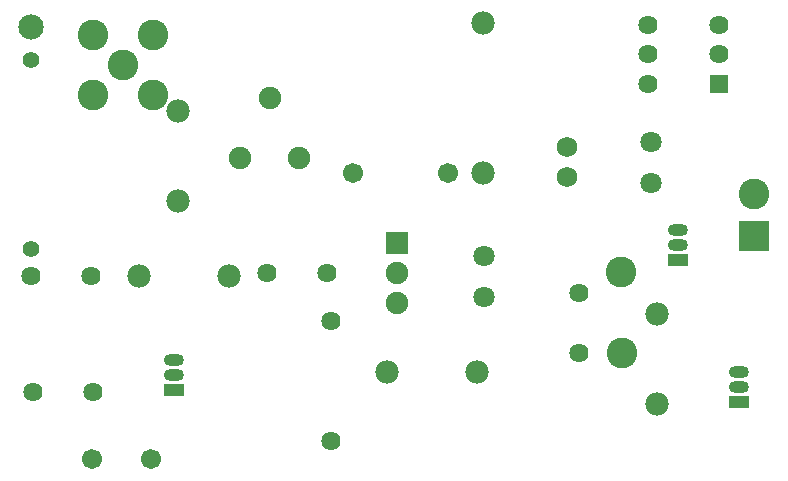
<source format=gbs>
G04 Layer: BottomSolderMaskLayer*
G04 EasyEDA v6.5.40, 2024-02-19 09:39:11*
G04 Gerber Generator version 0.2*
G04 Scale: 100 percent, Rotated: No, Reflected: No *
G04 Dimensions in millimeters *
G04 leading zeros omitted , absolute positions ,4 integer and 5 decimal *
%FSLAX45Y45*%
%MOMM*%

%AMMACRO1*1,1,$1,$2,$3*1,1,$1,$4,$5*1,1,$1,0-$2,0-$3*1,1,$1,0-$4,0-$5*20,1,$1,$2,$3,$4,$5,0*20,1,$1,$4,$5,0-$2,0-$3,0*20,1,$1,0-$2,0-$3,0-$4,0-$5,0*20,1,$1,0-$4,0-$5,$2,$3,0*4,1,4,$2,$3,$4,$5,0-$2,0-$3,0-$4,0-$5,$2,$3,0*%
%ADD10C,1.9020*%
%ADD11C,1.9016*%
%ADD12C,1.8032*%
%ADD13C,1.4000*%
%ADD14C,1.7016*%
%ADD15C,1.6256*%
%ADD16R,1.6256X1.6256*%
%ADD17C,1.7526*%
%ADD18O,1.9015964X1.9015964*%
%ADD19MACRO1,0.1016X0.9X-0.9X-0.9X-0.9*%
%ADD20O,1.7015968X1.0015981999999999*%
%ADD21R,1.7016X1.0016*%
%ADD22C,1.9812*%
%ADD23C,2.6016*%
%ADD24C,2.6020*%
%ADD25R,2.6020X2.6020*%
%ADD26C,2.1420*%

%LPD*%
D10*
G01*
X3272586Y12919862D03*
G01*
X2772587Y12919862D03*
D11*
G01*
X3022600Y13419886D03*
D12*
G01*
X6248400Y12702794D03*
G01*
X6248400Y13052805D03*
G01*
X4838700Y11737594D03*
G01*
X4838700Y12087605D03*
D13*
G01*
X1003300Y13741298D03*
G01*
X1003300Y12141301D03*
D14*
G01*
X2015286Y10363200D03*
G01*
X1515313Y10363200D03*
D15*
G01*
X6827799Y14042186D03*
G01*
X6827799Y13792200D03*
D16*
G01*
X6827799Y13542187D03*
D15*
G01*
X6227800Y14042186D03*
G01*
X6227800Y13792200D03*
G01*
X6227800Y13542187D03*
G01*
X1016000Y10934700D03*
G01*
X1524000Y10934700D03*
G01*
X1003300Y11912600D03*
G01*
X1511300Y11912600D03*
G01*
X3505200Y11938000D03*
G01*
X2997200Y11938000D03*
G01*
X5638800Y11264900D03*
G01*
X5638800Y11772900D03*
G01*
X3543300Y11531600D03*
G01*
X3543300Y10515600D03*
D17*
G01*
X5537200Y13004800D03*
G01*
X5537200Y12750800D03*
D18*
G01*
X4102100Y11684000D03*
G01*
X4102100Y11938000D03*
D19*
G01*
X4102100Y12192000D03*
D20*
G01*
X6997700Y11099800D03*
G01*
X6997700Y10972800D03*
D21*
G01*
X6997700Y10845800D03*
D20*
G01*
X6477000Y12306300D03*
G01*
X6477000Y12179300D03*
D21*
G01*
X6477000Y12052300D03*
D20*
G01*
X2209800Y11201400D03*
G01*
X2209800Y11074400D03*
D21*
G01*
X2209800Y10947400D03*
D22*
G01*
X4013200Y11099800D03*
G01*
X4775200Y11099800D03*
G01*
X6299200Y11595100D03*
G01*
X6299200Y10833100D03*
G01*
X2247900Y13309600D03*
G01*
X2247900Y12547600D03*
G01*
X2679700Y11912600D03*
G01*
X1917700Y11912600D03*
G01*
X4826000Y12788900D03*
G01*
X4826000Y14058900D03*
D14*
G01*
X3727500Y12788900D03*
G01*
X4527499Y12788900D03*
D23*
G01*
X1777974Y13703325D03*
G01*
X2032000Y13449300D03*
G01*
X2032000Y13957300D03*
G01*
X1524000Y13957300D03*
G01*
X1524000Y13449300D03*
D24*
G01*
X5994400Y11950700D03*
G01*
X6007100Y11264900D03*
G01*
X7124674Y12611074D03*
D25*
G01*
X7124674Y12255474D03*
D26*
G01*
X1003300Y14020800D03*
M02*

</source>
